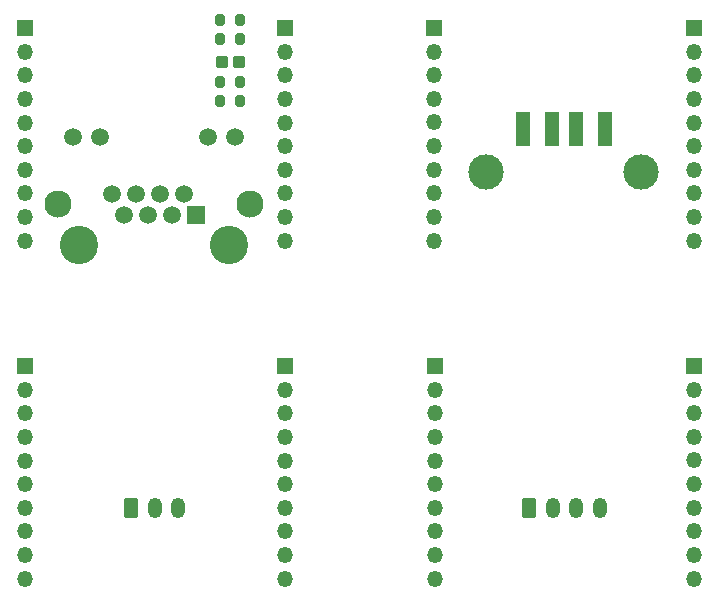
<source format=gts>
G04 #@! TF.GenerationSoftware,KiCad,Pcbnew,7.0.7*
G04 #@! TF.CreationDate,2023-10-04T22:58:21-06:00*
G04 #@! TF.ProjectId,Modular_Interfaces,4d6f6475-6c61-4725-9f49-6e7465726661,rev?*
G04 #@! TF.SameCoordinates,Original*
G04 #@! TF.FileFunction,Soldermask,Top*
G04 #@! TF.FilePolarity,Negative*
%FSLAX46Y46*%
G04 Gerber Fmt 4.6, Leading zero omitted, Abs format (unit mm)*
G04 Created by KiCad (PCBNEW 7.0.7) date 2023-10-04 22:58:21*
%MOMM*%
%LPD*%
G01*
G04 APERTURE LIST*
G04 Aperture macros list*
%AMRoundRect*
0 Rectangle with rounded corners*
0 $1 Rounding radius*
0 $2 $3 $4 $5 $6 $7 $8 $9 X,Y pos of 4 corners*
0 Add a 4 corners polygon primitive as box body*
4,1,4,$2,$3,$4,$5,$6,$7,$8,$9,$2,$3,0*
0 Add four circle primitives for the rounded corners*
1,1,$1+$1,$2,$3*
1,1,$1+$1,$4,$5*
1,1,$1+$1,$6,$7*
1,1,$1+$1,$8,$9*
0 Add four rect primitives between the rounded corners*
20,1,$1+$1,$2,$3,$4,$5,0*
20,1,$1+$1,$4,$5,$6,$7,0*
20,1,$1+$1,$6,$7,$8,$9,0*
20,1,$1+$1,$8,$9,$2,$3,0*%
G04 Aperture macros list end*
%ADD10R,1.350000X1.350000*%
%ADD11O,1.350000X1.350000*%
%ADD12C,2.300000*%
%ADD13C,1.500000*%
%ADD14R,1.500000X1.500000*%
%ADD15C,3.250000*%
%ADD16RoundRect,0.250000X-0.350000X-0.625000X0.350000X-0.625000X0.350000X0.625000X-0.350000X0.625000X0*%
%ADD17O,1.200000X1.750000*%
%ADD18RoundRect,0.250000X-0.287500X-0.275000X0.287500X-0.275000X0.287500X0.275000X-0.287500X0.275000X0*%
%ADD19RoundRect,0.200000X-0.200000X-0.275000X0.200000X-0.275000X0.200000X0.275000X-0.200000X0.275000X0*%
%ADD20C,3.000000*%
%ADD21R,1.250000X3.000000*%
G04 APERTURE END LIST*
D10*
X183407291Y-96944118D03*
D11*
X183407291Y-98944118D03*
X183407291Y-100944118D03*
X183407291Y-102944118D03*
X183407291Y-104944118D03*
X183407291Y-106944118D03*
X183407291Y-108944118D03*
X183407291Y-110944118D03*
X183407291Y-112944118D03*
X183407291Y-114944118D03*
X126743500Y-86336780D03*
X126743500Y-84336780D03*
X126743500Y-82336780D03*
X126743500Y-80336780D03*
X126743500Y-78336780D03*
X126743500Y-76336780D03*
X126743500Y-74336780D03*
X126743500Y-72336780D03*
X126743500Y-70336780D03*
D10*
X126743500Y-68336780D03*
D11*
X148743500Y-86336780D03*
X148743500Y-84336780D03*
X148743500Y-82336780D03*
X148743500Y-80336780D03*
X148743500Y-78336780D03*
X148743500Y-76336780D03*
X148743500Y-74336780D03*
X148743500Y-72336780D03*
X148743500Y-70336780D03*
D10*
X148743500Y-68336780D03*
D12*
X129551500Y-83231780D03*
X145811500Y-83231780D03*
D13*
X130821500Y-77521780D03*
X133111500Y-77521780D03*
X142251500Y-77521780D03*
X144541500Y-77521780D03*
X134129500Y-82341780D03*
X135145500Y-84121780D03*
X136161500Y-82341780D03*
X137177500Y-84121780D03*
X138193500Y-82341780D03*
X139209500Y-84121780D03*
X140225500Y-82341780D03*
D14*
X141241500Y-84121780D03*
D15*
X131331500Y-86661780D03*
X144031500Y-86661780D03*
D16*
X169407291Y-108984118D03*
D17*
X171407291Y-108984118D03*
X173407291Y-108984118D03*
X175407291Y-108984118D03*
D18*
X144816500Y-71211780D03*
X143391500Y-71211780D03*
D10*
X161437291Y-96954118D03*
D11*
X161437291Y-98954118D03*
X161437291Y-100954118D03*
X161437291Y-102954118D03*
X161437291Y-104954118D03*
X161437291Y-106954118D03*
X161437291Y-108954118D03*
X161437291Y-110954118D03*
X161437291Y-112954118D03*
X161437291Y-114954118D03*
X161360800Y-86324480D03*
X161360800Y-84324480D03*
X161360800Y-82324480D03*
X161360800Y-80324480D03*
X161360800Y-78324480D03*
X161360800Y-76324480D03*
X161360800Y-74324480D03*
X161360800Y-72324480D03*
X161360800Y-70324480D03*
D10*
X161360800Y-68324480D03*
X148723491Y-96953118D03*
D11*
X148723491Y-98953118D03*
X148723491Y-100953118D03*
X148723491Y-102953118D03*
X148723491Y-104953118D03*
X148723491Y-106953118D03*
X148723491Y-108953118D03*
X148723491Y-110953118D03*
X148723491Y-112953118D03*
X148723491Y-114953118D03*
D19*
X144916500Y-67641780D03*
X143266500Y-67641780D03*
D16*
X135713491Y-108983118D03*
D17*
X137713491Y-108983118D03*
X139713491Y-108983118D03*
D11*
X183348200Y-86334880D03*
X183348200Y-84334880D03*
X183348200Y-82334880D03*
X183348200Y-80334880D03*
X183348200Y-78334880D03*
X183348200Y-76334880D03*
X183348200Y-74334880D03*
X183348200Y-72334880D03*
X183348200Y-70334880D03*
D10*
X183348200Y-68334880D03*
D19*
X144906500Y-74471780D03*
X143256500Y-74471780D03*
D20*
X178920000Y-80550280D03*
X165780000Y-80550280D03*
D21*
X175850000Y-76870280D03*
X173350000Y-76870280D03*
X171350000Y-76870280D03*
X168850000Y-76870280D03*
D19*
X144906500Y-72891780D03*
X143256500Y-72891780D03*
D10*
X126737291Y-96954118D03*
D11*
X126737291Y-98954118D03*
X126737291Y-100954118D03*
X126737291Y-102954118D03*
X126737291Y-104954118D03*
X126737291Y-106954118D03*
X126737291Y-108954118D03*
X126737291Y-110954118D03*
X126737291Y-112954118D03*
X126737291Y-114954118D03*
D19*
X144916500Y-69241780D03*
X143266500Y-69241780D03*
M02*

</source>
